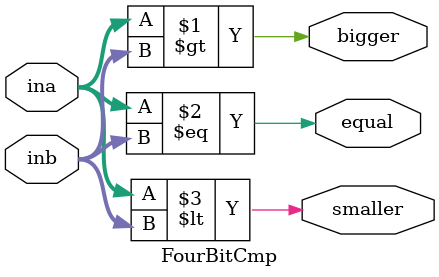
<source format=v>
module FourBitCmp(bigger,equal,smaller,ina,inb);
	parameter n=4;
	output bigger,equal,smaller;
	input[n:1] ina,inb;
	assign bigger=(ina>inb);
    assign equal=(ina==inb);
    assign  smaller=(ina<inb);
endmodule

</source>
